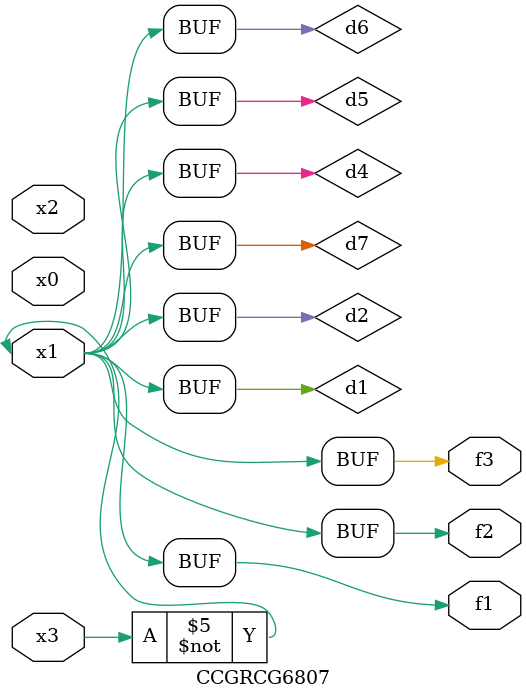
<source format=v>
module CCGRCG6807(
	input x0, x1, x2, x3,
	output f1, f2, f3
);

	wire d1, d2, d3, d4, d5, d6, d7;

	not (d1, x3);
	buf (d2, x1);
	xnor (d3, d1, d2);
	nor (d4, d1);
	buf (d5, d1, d2);
	buf (d6, d4, d5);
	nand (d7, d4);
	assign f1 = d6;
	assign f2 = d7;
	assign f3 = d6;
endmodule

</source>
